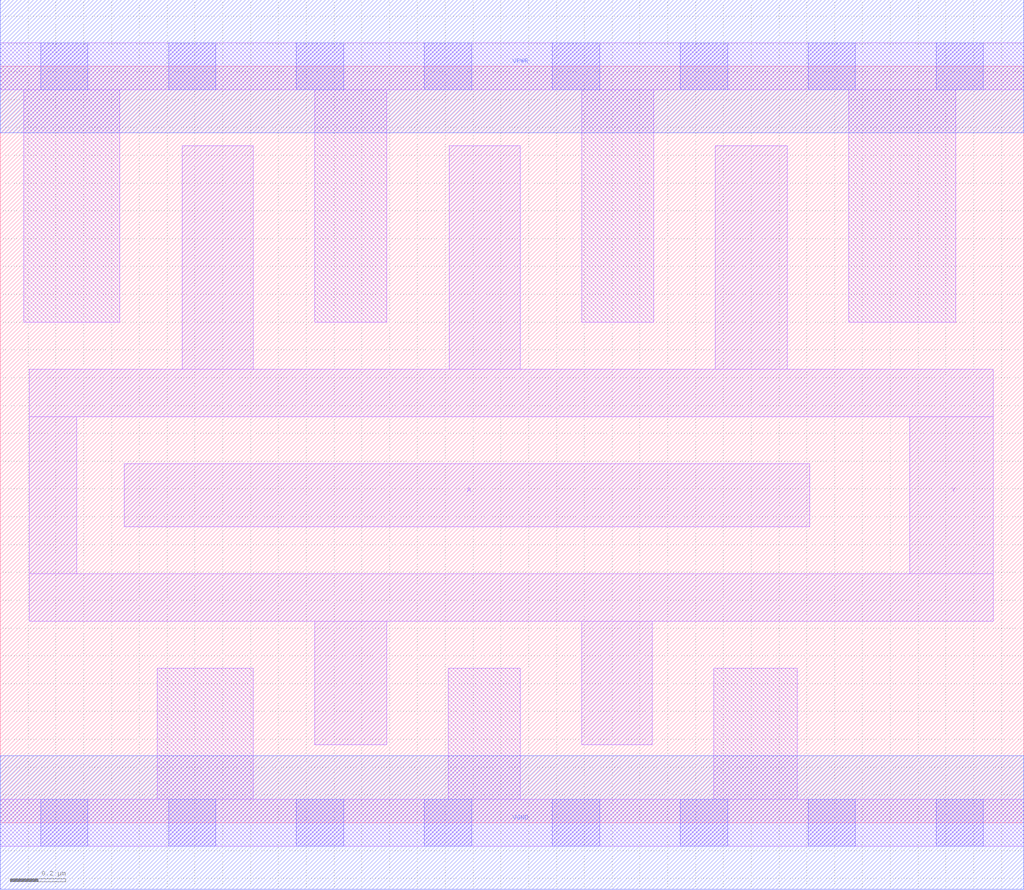
<source format=lef>
# Copyright 2020 The SkyWater PDK Authors
#
# Licensed under the Apache License, Version 2.0 (the "License");
# you may not use this file except in compliance with the License.
# You may obtain a copy of the License at
#
#     https://www.apache.org/licenses/LICENSE-2.0
#
# Unless required by applicable law or agreed to in writing, software
# distributed under the License is distributed on an "AS IS" BASIS,
# WITHOUT WARRANTIES OR CONDITIONS OF ANY KIND, either express or implied.
# See the License for the specific language governing permissions and
# limitations under the License.
#
# SPDX-License-Identifier: Apache-2.0

VERSION 5.7 ;
  NOWIREEXTENSIONATPIN ON ;
  DIVIDERCHAR "/" ;
  BUSBITCHARS "[]" ;
UNITS
  DATABASE MICRONS 200 ;
END UNITS
PROPERTYDEFINITIONS
  MACRO maskLayoutSubType STRING ;
  MACRO prCellType STRING ;
  MACRO originalViewName STRING ;
END PROPERTYDEFINITIONS
MACRO sky130_fd_sc_hdll__clkinv_4
  CLASS CORE ;
  FOREIGN sky130_fd_sc_hdll__clkinv_4 ;
  ORIGIN  0.000000  0.000000 ;
  SIZE  3.680000 BY  2.720000 ;
  SYMMETRY X Y R90 ;
  SITE unithd ;
  PIN A
    ANTENNAGATEAREA  1.332000 ;
    DIRECTION INPUT ;
    USE SIGNAL ;
    PORT
      LAYER li1 ;
        RECT 0.445000 1.065000 2.910000 1.290000 ;
    END
  END A
  PIN VGND
    ANTENNADIFFAREA  0.485100 ;
    DIRECTION INOUT ;
    USE SIGNAL ;
    PORT
      LAYER met1 ;
        RECT 0.000000 -0.240000 3.680000 0.240000 ;
    END
  END VGND
  PIN VPWR
    ANTENNADIFFAREA  1.270000 ;
    DIRECTION INOUT ;
    USE SIGNAL ;
    PORT
      LAYER met1 ;
        RECT 0.000000 2.480000 3.680000 2.960000 ;
    END
  END VPWR
  PIN Y
    ANTENNADIFFAREA  1.177200 ;
    DIRECTION OUTPUT ;
    USE SIGNAL ;
    PORT
      LAYER li1 ;
        RECT 0.105000 0.725000 3.570000 0.895000 ;
        RECT 0.105000 0.895000 0.275000 1.460000 ;
        RECT 0.105000 1.460000 3.570000 1.630000 ;
        RECT 0.655000 1.630000 0.910000 2.435000 ;
        RECT 1.130000 0.280000 1.390000 0.725000 ;
        RECT 1.615000 1.630000 1.870000 2.435000 ;
        RECT 2.090000 0.280000 2.345000 0.725000 ;
        RECT 2.570000 1.630000 2.830000 2.435000 ;
        RECT 3.270000 0.895000 3.570000 1.460000 ;
    END
  END Y
  OBS
    LAYER li1 ;
      RECT 0.000000 -0.085000 3.680000 0.085000 ;
      RECT 0.000000  2.635000 3.680000 2.805000 ;
      RECT 0.085000  1.800000 0.430000 2.635000 ;
      RECT 0.565000  0.085000 0.910000 0.555000 ;
      RECT 1.130000  1.800000 1.390000 2.635000 ;
      RECT 1.610000  0.085000 1.870000 0.555000 ;
      RECT 2.090000  1.800000 2.350000 2.635000 ;
      RECT 2.565000  0.085000 2.865000 0.555000 ;
      RECT 3.050000  1.800000 3.435000 2.635000 ;
    LAYER mcon ;
      RECT 0.145000 -0.085000 0.315000 0.085000 ;
      RECT 0.145000  2.635000 0.315000 2.805000 ;
      RECT 0.605000 -0.085000 0.775000 0.085000 ;
      RECT 0.605000  2.635000 0.775000 2.805000 ;
      RECT 1.065000 -0.085000 1.235000 0.085000 ;
      RECT 1.065000  2.635000 1.235000 2.805000 ;
      RECT 1.525000 -0.085000 1.695000 0.085000 ;
      RECT 1.525000  2.635000 1.695000 2.805000 ;
      RECT 1.985000 -0.085000 2.155000 0.085000 ;
      RECT 1.985000  2.635000 2.155000 2.805000 ;
      RECT 2.445000 -0.085000 2.615000 0.085000 ;
      RECT 2.445000  2.635000 2.615000 2.805000 ;
      RECT 2.905000 -0.085000 3.075000 0.085000 ;
      RECT 2.905000  2.635000 3.075000 2.805000 ;
      RECT 3.365000 -0.085000 3.535000 0.085000 ;
      RECT 3.365000  2.635000 3.535000 2.805000 ;
  END
  PROPERTY maskLayoutSubType "abstract" ;
  PROPERTY prCellType "standard" ;
  PROPERTY originalViewName "layout" ;
END sky130_fd_sc_hdll__clkinv_4
END LIBRARY

</source>
